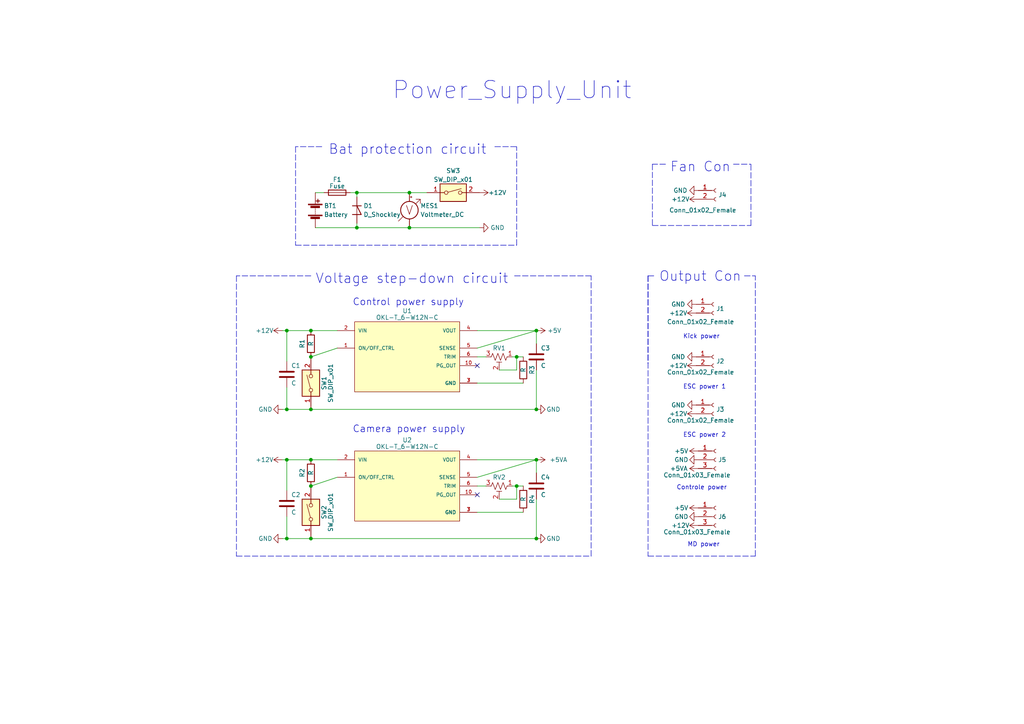
<source format=kicad_sch>
(kicad_sch (version 20211123) (generator eeschema)
  (paper "A4")
  (title_block (title "Power_Suply_Unit") (company "Munako_Artemis") (comment 1 "萌えないでネ♡"))
  (lib_symbols
    (symbol "Connector:Conn_01x02_Female" (pin_names (offset 1.016) hide)
      (property "Reference" "J" (at 0 2.54 0))
      (property "Value" "Conn_01x02_Female" (at 0 -5.08 0))
      (symbol "Conn_01x02_Female_1_1"
        (arc (start 0 -2.032) (mid -0.508 -2.54) (end 0 -3.048) (stroke (width 0.1524)))
        (polyline (pts (xy -1.27 -2.54) (xy -0.508 -2.54)) (stroke (width 0.1524)))
        (polyline (pts (xy -1.27 0) (xy -0.508 0)) (stroke (width 0.1524)))
        (arc (start 0 0.508) (mid -0.508 0) (end 0 -0.508) (stroke (width 0.1524)))
        (pin passive line (at -5.08 0 0) (length 3.81) (name "Pin_1") (number "1"))
        (pin passive line (at -5.08 -2.54 0) (length 3.81) (name "Pin_2") (number "2"))
      )
    )
    (symbol "Connector:Conn_01x03_Female" (pin_names (offset 1.016) hide)
      (property "Reference" "J" (at 0 5.08 0))
      (property "Value" "Conn_01x03_Female" (at 0 -5.08 0))
      (symbol "Conn_01x03_Female_1_1"
        (arc (start 0 -2.032) (mid -0.508 -2.54) (end 0 -3.048) (stroke (width 0.1524)))
        (polyline (pts (xy -1.27 -2.54) (xy -0.508 -2.54)) (stroke (width 0.1524)))
        (polyline (pts (xy -1.27 0) (xy -0.508 0)) (stroke (width 0.1524)))
        (polyline (pts (xy -1.27 2.54) (xy -0.508 2.54)) (stroke (width 0.1524)))
        (arc (start 0 0.508) (mid -0.508 0) (end 0 -0.508) (stroke (width 0.1524)))
        (arc (start 0 3.048) (mid -0.508 2.54) (end 0 2.032) (stroke (width 0.1524)))
        (pin passive line (at -5.08 2.54 0) (length 3.81) (name "Pin_1") (number "1"))
        (pin passive line (at -5.08 0 0) (length 3.81) (name "Pin_2") (number "2"))
        (pin passive line (at -5.08 -2.54 0) (length 3.81) (name "Pin_3") (number "3"))
      )
    )
    (symbol "Device:Battery" (pin_numbers hide) (pin_names (offset 0) hide)
      (property "Reference" "BT" (at 2.54 2.54 0))
      (property "Value" "Battery" (at 2.54 0 0))
      (symbol "Battery_0_1"
        (rectangle (start -2.032 -1.397) (end 2.032 -1.651) (fill (type outline)))
        (rectangle (start -2.032 1.778) (end 2.032 1.524) (fill (type outline)))
        (rectangle (start -1.3208 -1.9812) (end 1.27 -2.4892) (fill (type outline)))
        (rectangle (start -1.3208 1.1938) (end 1.27 0.6858) (fill (type outline)))
        (polyline (pts (xy 0 -1.524) (xy 0 -1.27)))
        (polyline (pts (xy 0 -1.016) (xy 0 -0.762)))
        (polyline (pts (xy 0 -0.508) (xy 0 -0.254)))
        (polyline (pts (xy 0 0) (xy 0 0.254)))
        (polyline (pts (xy 0 0.508) (xy 0 0.762)))
        (polyline (pts (xy 0 1.778) (xy 0 2.54)))
        (polyline (pts (xy 0.254 2.667) (xy 1.27 2.667)) (stroke (width 0.254)))
        (polyline (pts (xy 0.762 3.175) (xy 0.762 2.159)) (stroke (width 0.254)))
      )
      (symbol "Battery_1_1"
        (pin passive line (at 0 5.08 270) (length 2.54) (name "+") (number "1"))
        (pin passive line (at 0 -5.08 90) (length 2.54) (name "-") (number "2"))
      )
    )
    (symbol "Device:C" (pin_numbers hide) (pin_names (offset 0.254))
      (property "Reference" "C" (at 0.635 2.54 0))
      (property "Value" "C" (at 0.635 -2.54 0))
      (symbol "C_0_1"
        (polyline (pts (xy -2.032 -0.762) (xy 2.032 -0.762)) (stroke (width 0.508)))
        (polyline (pts (xy -2.032 0.762) (xy 2.032 0.762)) (stroke (width 0.508)))
      )
      (symbol "C_1_1"
        (pin passive line (at 0 3.81 270) (length 2.794) (name "~") (number "1"))
        (pin passive line (at 0 -3.81 90) (length 2.794) (name "~") (number "2"))
      )
    )
    (symbol "Device:D_Shockley" (pin_numbers hide) (pin_names (offset 1.016) hide)
      (property "Reference" "D" (at 0 2.54 0))
      (property "Value" "D_Shockley" (at 0 -2.54 0))
      (symbol "D_Shockley_0_1"
        (polyline (pts (xy -1.27 0) (xy 1.27 0)))
        (polyline (pts (xy -1.27 1.27) (xy -1.27 -1.27)) (stroke (width 0.254)))
        (polyline (pts (xy -1.27 0) (xy 1.27 1.27) (xy 1.27 -1.27)) (stroke (width 0.254)))
      )
      (symbol "D_Shockley_1_1"
        (pin passive line (at -3.81 0 0) (length 2.54) (name "K") (number "1"))
        (pin passive line (at 3.81 0 180) (length 2.54) (name "A") (number "2"))
      )
    )
    (symbol "Device:Fuse" (pin_numbers hide) (pin_names (offset 0))
      (property "Reference" "F" (at 2.032 0 90))
      (property "Value" "Fuse" (at -1.905 0 90))
      (symbol "Fuse_0_1"
        (rectangle (start -0.762 -2.54) (end 0.762 2.54) (stroke (width 0.254)))
        (polyline (pts (xy 0 2.54) (xy 0 -2.54)))
      )
      (symbol "Fuse_1_1"
        (pin passive line (at 0 3.81 270) (length 1.27) (name "~") (number "1"))
        (pin passive line (at 0 -3.81 90) (length 1.27) (name "~") (number "2"))
      )
    )
    (symbol "Device:R" (pin_numbers hide) (pin_names (offset 0))
      (property "Reference" "R" (at 2.032 0 90))
      (property "Value" "R" (at 0 0 90))
      (symbol "R_0_1"
        (rectangle (start -1.016 -2.54) (end 1.016 2.54) (stroke (width 0.254)))
      )
      (symbol "R_1_1"
        (pin passive line (at 0 3.81 270) (length 1.27) (name "~") (number "1"))
        (pin passive line (at 0 -3.81 90) (length 1.27) (name "~") (number "2"))
      )
    )
    (symbol "Device:R_Potentiometer_Trim_US" (pin_names (offset 1.016) hide)
      (property "Reference" "RV" (at -4.445 0 90))
      (property "Value" "R_Potentiometer_Trim_US" (at -2.54 0 90))
      (symbol "R_Potentiometer_Trim_US_0_1"
        (polyline (pts (xy 0 -2.286) (xy 0 -2.54)))
        (polyline (pts (xy 0 2.286) (xy 0 2.54)))
        (polyline (pts (xy 1.524 0.762) (xy 1.524 -0.762)))
        (polyline (pts (xy 2.54 0) (xy 1.524 0)))
        (polyline (pts (xy 0 -0.762) (xy 1.016 -1.143) (xy 0 -1.524) (xy -1.016 -1.905) (xy 0 -2.286)))
        (polyline (pts (xy 0 0.762) (xy 1.016 0.381) (xy 0 0) (xy -1.016 -0.381) (xy 0 -0.762)))
        (polyline (pts (xy 0 2.286) (xy 1.016 1.905) (xy 0 1.524) (xy -1.016 1.143) (xy 0 0.762)))
      )
      (symbol "R_Potentiometer_Trim_US_1_1"
        (pin passive line (at 0 3.81 270) (length 1.27) (name "1") (number "1"))
        (pin passive line (at 3.81 0 180) (length 1.27) (name "2") (number "2"))
        (pin passive line (at 0 -3.81 90) (length 1.27) (name "3") (number "3"))
      )
    )
    (symbol "Device:Voltmeter_DC" (pin_numbers hide) (pin_names (offset 0.0254) hide)
      (property "Reference" "MES" (at -3.302 1.016 0))
      (property "Value" "Voltmeter_DC" (at -3.302 -0.762 0))
      (symbol "Voltmeter_DC_0_0"
        (polyline (pts (xy -3.175 -3.175) (xy -1.905 -1.905)))
        (polyline (pts (xy 1.905 1.905) (xy 3.175 3.175)))
        (polyline (pts (xy 1.905 3.175) (xy 3.175 3.175) (xy 3.175 1.905)))
        (text "V" (at 0 0 0) (effects (font (size 2.54 2.54))))
      )
      (symbol "Voltmeter_DC_0_1"
        (polyline (pts (xy 0.254 3.81) (xy 0.762 3.81)))
        (polyline (pts (xy 0.508 4.064) (xy 0.508 3.556)))
        (circle (center 0 0) (radius 2.54) (stroke (width 0.254)))
      )
      (symbol "Voltmeter_DC_1_1"
        (pin passive line (at 0 -5.08 90) (length 2.54) (name "-") (number "1"))
        (pin passive line (at 0 5.08 270) (length 2.54) (name "+") (number "2"))
      )
    )
    (symbol "OKL-T_6-W12N-C:OKL-T_6-W12N-C" (pin_names (offset 1.016))
      (property "Reference" "U" (at -15.24 10.922 0))
      (property "Value" "OKL-T_6-W12N-C" (at -15.24 -12.7 0))
      (symbol "OKL-T_6-W12N-C_0_0"
        (rectangle (start -15.24 -10.16) (end 15.24 10.16) (stroke (width 0.1524)) (fill (type background)))
        (pin input line (at -20.32 2.54 0) (length 5.08) (name "ON/OFF_CTRL") (number "1"))
        (pin output line (at 20.32 -2.54 180) (length 5.08) (name "PG_OUT") (number "10"))
        (pin input line (at -20.32 7.62 0) (length 5.08) (name "VIN") (number "2"))
        (pin power_in line (at 20.32 -7.62 180) (length 5.08) (name "GND") (number "3"))
        (pin output line (at 20.32 7.62 180) (length 5.08) (name "VOUT") (number "4"))
        (pin input line (at 20.32 2.54 180) (length 5.08) (name "SENSE") (number "5"))
        (pin input line (at 20.32 0 180) (length 5.08) (name "TRIM") (number "6"))
        (pin power_in line (at 20.32 -7.62 180) (length 5.08) (name "GND") (number "7"))
      )
    )
    (symbol "Switch:SW_DIP_x01" (pin_names (offset 0) hide)
      (property "Reference" "SW" (at 0 3.81 0))
      (property "Value" "SW_DIP_x01" (at 0 -3.81 0))
      (symbol "SW_DIP_x01_0_0"
        (circle (center -2.032 0) (radius 0.508))
        (polyline (pts (xy -1.524 0.127) (xy 2.3622 1.1684)))
        (circle (center 2.032 0) (radius 0.508))
      )
      (symbol "SW_DIP_x01_0_1"
        (rectangle (start -3.81 2.54) (end 3.81 -2.54) (stroke (width 0.254)) (fill (type background)))
      )
      (symbol "SW_DIP_x01_1_1"
        (pin passive line (at -7.62 0 0) (length 5.08) (name "~") (number "1"))
        (pin passive line (at 7.62 0 180) (length 5.08) (name "~") (number "2"))
      )
    )
    (symbol "power:+12V" (power) (pin_names (offset 0))
      (property "Value" "+12V" (at 0 3.556 0))
      (symbol "+12V_0_1"
        (polyline (pts (xy -0.762 1.27) (xy 0 2.54)))
        (polyline (pts (xy 0 0) (xy 0 2.54)))
        (polyline (pts (xy 0 2.54) (xy 0.762 1.27)))
      )
      (symbol "+12V_1_1"
        (pin power_in line (at 0 0 90) (length 0) hide (name "+12V") (number "1"))
      )
    )
    (symbol "power:+5V" (power) (pin_names (offset 0))
      (property "Value" "+5V" (at 0 3.556 0))
      (symbol "+5V_0_1"
        (polyline (pts (xy -0.762 1.27) (xy 0 2.54)))
        (polyline (pts (xy 0 0) (xy 0 2.54)))
        (polyline (pts (xy 0 2.54) (xy 0.762 1.27)))
      )
      (symbol "+5V_1_1"
        (pin power_in line (at 0 0 90) (length 0) hide (name "+5V") (number "1"))
      )
    )
    (symbol "power:+5VA" (power) (pin_names (offset 0))
      (property "Value" "+5VA" (at 0 3.556 0))
      (symbol "+5VA_0_1"
        (polyline (pts (xy -0.762 1.27) (xy 0 2.54)))
        (polyline (pts (xy 0 0) (xy 0 2.54)))
        (polyline (pts (xy 0 2.54) (xy 0.762 1.27)))
      )
      (symbol "+5VA_1_1"
        (pin power_in line (at 0 0 90) (length 0) hide (name "+5VA") (number "1"))
      )
    )
    (symbol "power:GND" (power) (pin_names (offset 0))
      (property "Value" "GND" (at 0 -3.81 0))
      (symbol "GND_0_1"
        (polyline (pts (xy 0 0) (xy 0 -1.27) (xy 1.27 -1.27) (xy 0 -2.54) (xy -1.27 -1.27) (xy 0 -1.27)))
      )
      (symbol "GND_1_1"
        (pin power_in line (at 0 0 270) (length 0) hide (name "GND") (number "1"))
      )
    )
  )
  (junction (at 90.17 103.505))
  (junction (at 90.17 118.745))
  (junction (at 103.505 55.88))
  (junction (at 83.185 156.21))
  (junction (at 155.575 156.21))
  (junction (at 155.575 118.745))
  (junction (at 149.86 103.505))
  (junction (at 83.185 118.745))
  (junction (at 149.86 140.97))
  (junction (at 83.185 95.885))
  (junction (at 90.17 156.21))
  (junction (at 118.745 55.88))
  (junction (at 83.185 133.35))
  (junction (at 103.505 66.04))
  (junction (at 155.575 133.35))
  (junction (at 90.17 95.885))
  (junction (at 90.17 140.97))
  (junction (at 90.17 133.35))
  (junction (at 155.575 95.885))
  (junction (at 118.745 66.04))
  (no_connect (at 138.43 143.51))
  (no_connect (at 138.43 106.045))
  (polyline (pts (xy 85.725 42.545) (xy 85.725 71.12)))
  (wire (pts (xy 90.17 156.21) (xy 155.575 156.21)))
  (polyline (pts (xy 68.58 161.29) (xy 171.45 161.29)))
  (polyline (pts (xy 171.45 161.29) (xy 171.45 80.01)))
  (wire (pts (xy 91.44 66.04) (xy 103.505 66.04)))
  (polyline (pts (xy 217.805 65.405) (xy 217.805 47.625)))
  (wire (pts (xy 138.43 111.125) (xy 151.765 111.125)))
  (wire (pts (xy 144.78 144.78) (xy 149.86 144.78)))
  (polyline (pts (xy 215.9 80.01) (xy 219.075 80.01)))
  (wire (pts (xy 83.185 112.395) (xy 83.185 118.745)))
  (wire (pts (xy 138.43 140.97) (xy 140.97 140.97)))
  (wire (pts (xy 90.17 133.35) (xy 97.79 133.35)))
  (wire (pts (xy 155.575 95.885) (xy 155.575 99.695)))
  (polyline (pts (xy 149.86 71.12) (xy 149.86 42.545)))
  (wire (pts (xy 149.86 103.505) (xy 151.765 103.505)))
  (wire (pts (xy 149.86 107.315) (xy 149.86 103.505)))
  (wire (pts (xy 81.915 156.21) (xy 83.185 156.21)))
  (wire (pts (xy 148.59 140.97) (xy 149.86 140.97)))
  (wire (pts (xy 138.43 148.59) (xy 151.765 148.59)))
  (wire (pts (xy 81.915 133.35) (xy 83.185 133.35)))
  (polyline (pts (xy 149.225 80.01) (xy 171.45 80.01)))
  (wire (pts (xy 155.575 133.35) (xy 155.575 137.16)))
  (wire (pts (xy 155.575 95.885) (xy 138.43 100.965)))
  (wire (pts (xy 155.575 107.315) (xy 155.575 118.745)))
  (wire (pts (xy 90.17 103.505) (xy 97.79 100.965)))
  (wire (pts (xy 81.915 95.885) (xy 83.185 95.885)))
  (wire (pts (xy 83.185 156.21) (xy 90.17 156.21)))
  (wire (pts (xy 90.17 140.97) (xy 97.79 138.43)))
  (polyline (pts (xy 90.17 80.01) (xy 68.58 80.01)))
  (wire (pts (xy 138.43 95.885) (xy 155.575 95.885)))
  (wire (pts (xy 118.745 55.88) (xy 123.825 55.88)))
  (wire (pts (xy 103.505 64.77) (xy 103.505 66.04)))
  (polyline (pts (xy 68.58 80.01) (xy 68.58 161.29)))
  (polyline (pts (xy 219.075 161.29) (xy 219.075 80.01)))
  (wire (pts (xy 155.575 133.35) (xy 138.43 138.43)))
  (wire (pts (xy 91.44 55.88) (xy 93.98 55.88)))
  (wire (pts (xy 155.575 144.78) (xy 155.575 156.21)))
  (wire (pts (xy 103.505 66.04) (xy 118.745 66.04)))
  (polyline (pts (xy 187.96 80.01) (xy 189.865 80.01)))
  (wire (pts (xy 83.185 95.885) (xy 90.17 95.885)))
  (wire (pts (xy 83.185 133.35) (xy 90.17 133.35)))
  (wire (pts (xy 149.86 144.78) (xy 149.86 140.97)))
  (wire (pts (xy 149.86 140.97) (xy 151.765 140.97)))
  (wire (pts (xy 83.185 142.24) (xy 83.185 133.35)))
  (wire (pts (xy 138.43 133.35) (xy 155.575 133.35)))
  (wire (pts (xy 83.185 104.775) (xy 83.185 95.885)))
  (wire (pts (xy 148.59 103.505) (xy 149.86 103.505)))
  (polyline (pts (xy 187.96 80.01) (xy 187.96 161.29)))
  (wire (pts (xy 81.915 118.745) (xy 83.185 118.745)))
  (polyline (pts (xy 187.96 80.01) (xy 187.96 105.41)))
  (polyline (pts (xy 143.51 42.545) (xy 149.86 42.545)))
  (polyline (pts (xy 93.345 42.545) (xy 85.725 42.545)))
  (wire (pts (xy 103.505 55.88) (xy 103.505 57.15)))
  (wire (pts (xy 101.6 55.88) (xy 103.505 55.88)))
  (wire (pts (xy 103.505 55.88) (xy 118.745 55.88)))
  (wire (pts (xy 83.185 149.86) (xy 83.185 156.21)))
  (wire (pts (xy 118.745 66.04) (xy 139.065 66.04)))
  (wire (pts (xy 144.78 107.315) (xy 149.86 107.315)))
  (wire (pts (xy 90.17 118.745) (xy 155.575 118.745)))
  (polyline (pts (xy 189.23 47.625) (xy 189.23 65.405)))
  (wire (pts (xy 138.43 103.505) (xy 140.97 103.505)))
  (wire (pts (xy 90.17 95.885) (xy 97.79 95.885)))
  (polyline (pts (xy 187.96 161.29) (xy 219.075 161.29)))
  (polyline (pts (xy 193.04 47.625) (xy 189.23 47.625)))
  (polyline (pts (xy 212.725 47.625) (xy 217.805 47.625)))
  (wire (pts (xy 83.185 118.745) (xy 90.17 118.745)))
  (polyline (pts (xy 85.725 71.12) (xy 149.86 71.12)))
  (polyline (pts (xy 189.23 65.405) (xy 217.805 65.405)))
  (text "Bat protection circuit" (at 95.25 45.085 0) (effects (font (size 2.8 2.8)) (justify left bottom)))
  (text "Voltage step-down circuit" (at 91.44 82.55 0) (effects (font (size 2.8 2.8)) (justify left bottom)))
  (text "ESC power 2" (at 198.12 127 0) (effects (font (size 1.27 1.27)) (justify left bottom)))
  (text "MD power" (at 199.39 158.75 0) (effects (font (size 1.27 1.27)) (justify left bottom)))
  (text "Control power supply" (at 102.235 88.9 0) (effects (font (size 2 2)) (justify left bottom)))
  (text "Camera power supply" (at 102.235 125.73 0) (effects (font (size 2 2)) (justify left bottom)))
  (text "Power_Supply_Unit" (at 113.665 29.21 0) (effects (font (size 5 5)) (justify left bottom)))
  (text "Kick power" (at 198.12 98.425 0) (effects (font (size 1.27 1.27)) (justify left bottom)))
  (text "Output Con" (at 191.135 81.915 0) (effects (font (size 2.8 2.8)) (justify left bottom)))
  (text "Controle power" (at 196.215 142.24 0) (effects (font (size 1.27 1.27)) (justify left bottom)))
  (text "Fan Con" (at 194.31 50.165 0) (effects (font (size 2.8 2.8)) (justify left bottom)))
  (text "ESC power 1" (at 198.12 113.03 0) (effects (font (size 1.27 1.27)) (justify left bottom)))
  (symbol (lib_id "power:+12V") (at 201.93 106.045 90) (unit 1)
    (property "Reference" "#PWR014" (effects hide))
    (property "Value" "+12V" (at 199.39 106.045 90) (effects (justify left)))
  )
  (symbol (lib_id "Device:Fuse") (at 97.79 55.88 90) (unit 1)
    (property "Reference" "F1" (at 97.79 52.07 90))
    (property "Value" "Fuse" (at 97.79 53.975 90))
    (property "Footprint" "Lib:fuse_socket" (effects hide))
  )
  (symbol (lib_id "power:+12V") (at 202.565 57.785 90) (unit 1)
    (property "Reference" "#PWR018" (effects hide))
    (property "Value" "+12V" (at 200.025 57.785 90) (effects (justify left)))
  )
  (symbol (lib_id "OKL-T_6-W12N-C:OKL-T_6-W12N-C") (at 118.11 103.505 0) (unit 1)
    (property "Reference" "U1" (at 118.11 90.17 0))
    (property "Value" "OKL-T_6-W12N-C" (at 118.11 92.075 0))
    (property "Footprint" "Lib:DCDC-murata-6A" (effects hide))
  )
  (symbol (lib_id "Device:R") (at 90.17 99.695 0) (unit 1)
    (property "Reference" "R1" (at 87.63 99.695 90))
    (property "Value" "R" (at 90.17 99.695 90))
    (property "Footprint" "Resistor_THT:R_Axial_DIN0207_L6.3mm_D2.5mm_P7.62mm_Horizontal" (effects hide))
  )
  (symbol (lib_id "power:+12V") (at 201.93 120.015 90) (unit 1)
    (property "Reference" "#PWR016" (effects hide))
    (property "Value" "+12V" (at 199.39 120.015 90) (effects (justify left)))
  )
  (symbol (lib_id "Connector:Conn_01x03_Female") (at 207.645 133.35 0) (unit 1)
    (property "Reference" "J5" (at 208.28 133.35 0) (effects (justify left)))
    (property "Value" "Conn_01x03_Female" (at 192.405 137.795 0) (effects (justify left)))
    (property "Footprint" "Connector_JST:JST_XH_B3B-XH-A_1x03_P2.50mm_Vertical" (effects hide))
  )
  (symbol (lib_id "power:GND") (at 155.575 156.21 90) (unit 1)
    (property "Reference" "#PWR010" (effects hide))
    (property "Value" "GND" (at 162.56 156.21 90) (effects (justify left)))
  )
  (symbol (lib_id "power:+5V") (at 202.565 130.81 90) (unit 1)
    (property "Reference" "#PWR019" (effects hide))
    (property "Value" "+5V" (at 195.58 130.81 90) (effects (justify right)))
  )
  (symbol (lib_id "power:GND") (at 201.93 117.475 270) (unit 1)
    (property "Reference" "#PWR015" (effects hide))
    (property "Value" "GND" (at 198.755 117.4751 90) (effects (justify right)))
  )
  (symbol (lib_id "power:+5VA") (at 155.575 133.35 270) (unit 1)
    (property "Reference" "#PWR09" (effects hide))
    (property "Value" "+5VA" (at 159.385 133.3499 90) (effects (justify left)))
  )
  (symbol (lib_id "power:+5V") (at 155.575 95.885 270) (unit 1)
    (property "Reference" "#PWR07" (effects hide))
    (property "Value" "+5V" (at 158.75 95.8849 90) (effects (justify left)))
  )
  (symbol (lib_id "power:GND") (at 81.915 118.745 270) (unit 1)
    (property "Reference" "#PWR02" (effects hide))
    (property "Value" "GND" (at 74.93 118.745 90) (effects (justify left)))
  )
  (symbol (lib_id "Device:R") (at 90.17 137.16 0) (unit 1)
    (property "Reference" "R2" (at 87.63 137.16 90))
    (property "Value" "R" (at 90.17 137.16 90))
    (property "Footprint" "Resistor_THT:R_Axial_DIN0207_L6.3mm_D2.5mm_P7.62mm_Horizontal" (effects hide))
  )
  (symbol (lib_id "Device:R") (at 151.765 144.78 180) (unit 1)
    (property "Reference" "R4" (at 154.305 144.78 90))
    (property "Value" "R" (at 151.765 144.78 90))
    (property "Footprint" "Resistor_THT:R_Axial_DIN0207_L6.3mm_D2.5mm_P7.62mm_Horizontal" (effects hide))
  )
  (symbol (lib_id "Device:R") (at 151.765 107.315 180) (unit 1)
    (property "Reference" "R3" (at 154.305 107.315 90))
    (property "Value" "R" (at 151.765 107.315 90))
    (property "Footprint" "Resistor_THT:R_Axial_DIN0207_L6.3mm_D2.5mm_P7.62mm_Horizontal" (effects hide))
  )
  (symbol (lib_id "Connector:Conn_01x02_Female") (at 207.01 103.505 0) (unit 1)
    (property "Reference" "J2" (at 208.915 104.775 0))
    (property "Value" "Conn_01x02_Female" (at 203.2 107.95 0))
    (property "Footprint" "Connector_JST:JST_VH_B2P-VH-B_1x02_P3.96mm_Vertical" (effects hide))
  )
  (symbol (lib_id "power:GND") (at 81.915 156.21 270) (unit 1)
    (property "Reference" "#PWR04" (effects hide))
    (property "Value" "GND" (at 74.93 156.21 90) (effects (justify left)))
  )
  (symbol (lib_id "Device:D_Shockley") (at 103.505 60.96 270) (unit 1)
    (property "Reference" "D1" (at 105.41 59.69 90) (effects (justify left)))
    (property "Value" "D_Shockley" (at 105.41 62.23 90) (effects (justify left)))
    (property "Footprint" "Diode_THT:D_DO-201_P15.24mm_Horizontal" (effects hide))
  )
  (symbol (lib_id "Device:Battery") (at 91.44 60.96 0) (unit 1)
    (property "Reference" "BT1" (at 93.98 59.69 0) (effects (justify left)))
    (property "Value" "Battery" (at 93.98 62.23 0) (effects (justify left)))
    (property "Footprint" "Connector_JST:JST_VH_B2P-VH-B_1x02_P3.96mm_Vertical" (effects hide))
  )
  (symbol (lib_id "power:GND") (at 202.565 149.86 270) (unit 1)
    (property "Reference" "#PWR023" (effects hide))
    (property "Value" "GND" (at 195.58 149.86 90) (effects (justify left)))
  )
  (symbol (lib_id "power:+12V") (at 139.065 55.88 270) (unit 1)
    (property "Reference" "#PWR05" (effects hide))
    (property "Value" "+12V" (at 141.605 55.88 90) (effects (justify left)))
  )
  (symbol (lib_id "power:+5VA") (at 202.565 135.89 90) (unit 1)
    (property "Reference" "#PWR021" (effects hide))
    (property "Value" "+5VA" (at 194.31 135.89 90) (effects (justify right)))
  )
  (symbol (lib_id "power:GND") (at 139.065 66.04 90) (unit 1)
    (property "Reference" "#PWR06" (effects hide))
    (property "Value" "GND" (at 142.24 66.0399 90) (effects (justify right)))
  )
  (symbol (lib_id "Device:Voltmeter_DC") (at 118.745 60.96 0) (unit 1)
    (property "Reference" "MES1" (at 121.92 59.69 0) (effects (justify left)))
    (property "Value" "Voltmeter_DC" (at 121.92 62.23 0) (effects (justify left)))
    (property "Footprint" "Lib:voltage_counter" (effects hide))
  )
  (symbol (lib_id "power:+12V") (at 201.93 90.805 90) (unit 1)
    (property "Reference" "#PWR012" (effects hide))
    (property "Value" "+12V" (at 199.39 90.805 90) (effects (justify left)))
  )
  (symbol (lib_id "Device:C") (at 155.575 103.505 0) (unit 1)
    (property "Reference" "C3" (at 156.845 100.965 0) (effects (justify left)))
    (property "Value" "C" (at 156.845 106.045 0) (effects (justify left)))
    (property "Footprint" "Capacitor_THT:C_Disc_D4.7mm_W2.5mm_P5.00mm" (effects hide))
  )
  (symbol (lib_id "Device:R_Potentiometer_Trim_US") (at 144.78 103.505 270) (unit 1)
    (property "Reference" "RV1" (at 144.78 100.965 90))
    (property "Value" "R_Potentiometer_Trim_US" (effects hide))
    (property "Footprint" "Potentiometer_THT:Potentiometer_Bourns_3296W_Vertical" (effects hide))
  )
  (symbol (lib_id "Connector:Conn_01x02_Female") (at 207.645 55.245 0) (unit 1)
    (property "Reference" "J4" (at 209.55 56.515 0))
    (property "Value" "Conn_01x02_Female" (at 203.835 60.96 0))
    (property "Footprint" "Connector_JST:JST_XH_B2B-XH-A_1x02_P2.50mm_Vertical" (effects hide))
  )
  (symbol (lib_id "Device:C") (at 83.185 146.05 0) (unit 1)
    (property "Reference" "C2" (at 84.455 143.51 0) (effects (justify left)))
    (property "Value" "C" (at 84.455 148.59 0) (effects (justify left)))
    (property "Footprint" "Capacitor_THT:C_Disc_D4.7mm_W2.5mm_P5.00mm" (effects hide))
  )
  (symbol (lib_id "Connector:Conn_01x02_Female") (at 207.01 117.475 0) (unit 1)
    (property "Reference" "J3" (at 208.915 118.745 0))
    (property "Value" "Conn_01x02_Female" (at 203.2 121.92 0))
    (property "Footprint" "Connector_JST:JST_VH_B2P-VH-B_1x02_P3.96mm_Vertical" (effects hide))
  )
  (symbol (lib_id "power:GND") (at 202.565 55.245 270) (unit 1)
    (property "Reference" "#PWR017" (effects hide))
    (property "Value" "GND" (at 199.39 55.2451 90) (effects (justify right)))
  )
  (symbol (lib_id "Switch:SW_DIP_x01") (at 131.445 55.88 0) (unit 1)
    (property "Reference" "SW3" (at 131.445 49.53 0))
    (property "Value" "SW_DIP_x01" (at 131.445 52.07 0))
    (property "Footprint" "Lib:DS-850k" (effects hide))
  )
  (symbol (lib_id "power:GND") (at 155.575 118.745 90) (unit 1)
    (property "Reference" "#PWR08" (effects hide))
    (property "Value" "GND" (at 162.56 118.745 90) (effects (justify left)))
  )
  (symbol (lib_id "power:GND") (at 201.93 103.505 270) (unit 1)
    (property "Reference" "#PWR013" (effects hide))
    (property "Value" "GND" (at 198.755 103.5051 90) (effects (justify right)))
  )
  (symbol (lib_id "power:GND") (at 202.565 133.35 270) (unit 1)
    (property "Reference" "#PWR020" (effects hide))
    (property "Value" "GND" (at 195.58 133.35 90) (effects (justify left)))
  )
  (symbol (lib_id "power:+12V") (at 81.915 133.35 90) (unit 1)
    (property "Reference" "#PWR03" (effects hide))
    (property "Value" "+12V" (at 79.375 133.35 90) (effects (justify left)))
  )
  (symbol (lib_id "Connector:Conn_01x02_Female") (at 207.01 88.265 0) (unit 1)
    (property "Reference" "J1" (at 208.915 89.535 0))
    (property "Value" "Conn_01x02_Female" (at 203.2 93.345 0))
    (property "Footprint" "Connector_JST:JST_VH_B2P-VH-B_1x02_P3.96mm_Vertical" (effects hide))
  )
  (symbol (lib_id "Device:R_Potentiometer_Trim_US") (at 144.78 140.97 270) (unit 1)
    (property "Reference" "RV2" (at 144.78 138.43 90))
    (property "Value" "R_Potentiometer_Trim_US" (effects hide))
    (property "Footprint" "Potentiometer_THT:Potentiometer_Bourns_3296W_Vertical" (effects hide))
  )
  (symbol (lib_id "power:+5V") (at 202.565 147.32 90) (unit 1)
    (property "Reference" "#PWR022" (effects hide))
    (property "Value" "+5V" (at 195.58 147.32 90) (effects (justify right)))
  )
  (symbol (lib_id "power:GND") (at 201.93 88.265 270) (unit 1)
    (property "Reference" "#PWR011" (effects hide))
    (property "Value" "GND" (at 198.755 88.2651 90) (effects (justify right)))
  )
  (symbol (lib_id "OKL-T_6-W12N-C:OKL-T_6-W12N-C") (at 118.11 140.97 0) (unit 1)
    (property "Reference" "U2" (at 118.11 127.635 0))
    (property "Value" "OKL-T_6-W12N-C" (at 118.11 129.54 0))
    (property "Footprint" "Lib:DCDC-murata-6A" (effects hide))
  )
  (symbol (lib_id "Switch:SW_DIP_x01") (at 90.17 111.125 90) (unit 1)
    (property "Reference" "SW1" (at 93.98 111.125 0))
    (property "Value" "SW_DIP_x01" (at 95.885 111.125 0))
    (property "Footprint" "Lib:2MS1T2B4M2QES" (effects hide))
  )
  (symbol (lib_id "Device:C") (at 155.575 140.97 0) (unit 1)
    (property "Reference" "C4" (at 156.845 138.43 0) (effects (justify left)))
    (property "Value" "C" (at 156.845 143.51 0) (effects (justify left)))
    (property "Footprint" "Capacitor_THT:C_Disc_D4.7mm_W2.5mm_P5.00mm" (effects hide))
  )
  (symbol (lib_id "power:+12V") (at 81.915 95.885 90) (unit 1)
    (property "Reference" "#PWR01" (effects hide))
    (property "Value" "+12V" (at 79.375 95.885 90) (effects (justify left)))
  )
  (symbol (lib_id "Connector:Conn_01x03_Female") (at 207.645 149.86 0) (unit 1)
    (property "Reference" "J6" (at 208.28 149.86 0) (effects (justify left)))
    (property "Value" "Conn_01x03_Female" (at 192.405 154.305 0) (effects (justify left)))
    (property "Footprint" "Connector_JST:JST_XH_B3B-XH-A_1x03_P2.50mm_Vertical" (effects hide))
  )
  (symbol (lib_id "Device:C") (at 83.185 108.585 0) (unit 1)
    (property "Reference" "C1" (at 84.455 106.045 0) (effects (justify left)))
    (property "Value" "C" (at 84.455 111.125 0) (effects (justify left)))
    (property "Footprint" "Capacitor_THT:C_Disc_D4.7mm_W2.5mm_P5.00mm" (effects hide))
  )
  (symbol (lib_id "Switch:SW_DIP_x01") (at 90.17 148.59 90) (unit 1)
    (property "Reference" "SW2" (at 93.98 148.59 0))
    (property "Value" "SW_DIP_x01" (at 95.885 148.59 0))
    (property "Footprint" "Lib:2MS1T2B4M2QES" (effects hide))
  )
  (symbol (lib_id "power:+12V") (at 202.565 152.4 90) (unit 1)
    (property "Reference" "#PWR024" (effects hide))
    (property "Value" "+12V" (at 200.025 152.4 90) (effects (justify left)))
  )
)
</source>
